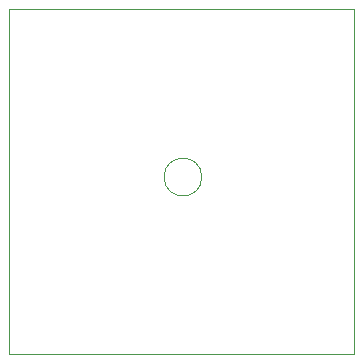
<source format=gm1>
%TF.GenerationSoftware,KiCad,Pcbnew,(5.1.12-1-10_14)*%
%TF.CreationDate,2021-12-04T23:40:54+01:00*%
%TF.ProjectId,contraddictionLamp_220Conn,636f6e74-7261-4646-9469-6374696f6e4c,rev?*%
%TF.SameCoordinates,Original*%
%TF.FileFunction,Profile,NP*%
%FSLAX46Y46*%
G04 Gerber Fmt 4.6, Leading zero omitted, Abs format (unit mm)*
G04 Created by KiCad (PCBNEW (5.1.12-1-10_14)) date 2021-12-04 23:40:54*
%MOMM*%
%LPD*%
G01*
G04 APERTURE LIST*
%TA.AperFunction,Profile*%
%ADD10C,0.050000*%
%TD*%
G04 APERTURE END LIST*
D10*
X178892000Y-104394000D02*
G75*
G03*
X178892000Y-104394000I-1600000J0D01*
G01*
X191770000Y-90170000D02*
X162560000Y-90170000D01*
X191770000Y-119126000D02*
X191770000Y-119380000D01*
X191770000Y-90170000D02*
X191770000Y-119126000D01*
X162560000Y-91440000D02*
X162560000Y-119380000D01*
X191770000Y-119380000D02*
X162560000Y-119380000D01*
X162560000Y-90170000D02*
X162560000Y-91440000D01*
M02*

</source>
